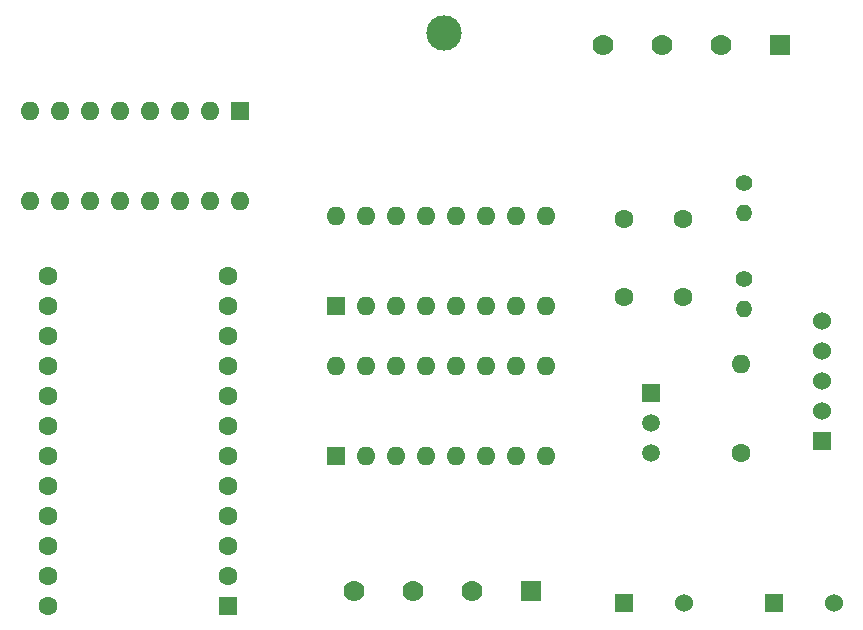
<source format=gbr>
%TF.GenerationSoftware,KiCad,Pcbnew,(5.1.9)-1*%
%TF.CreationDate,2021-05-23T21:09:51-07:00*%
%TF.ProjectId,bbot-pcb,62626f74-2d70-4636-922e-6b696361645f,rev?*%
%TF.SameCoordinates,Original*%
%TF.FileFunction,Soldermask,Top*%
%TF.FilePolarity,Negative*%
%FSLAX46Y46*%
G04 Gerber Fmt 4.6, Leading zero omitted, Abs format (unit mm)*
G04 Created by KiCad (PCBNEW (5.1.9)-1) date 2021-05-23 21:09:51*
%MOMM*%
%LPD*%
G01*
G04 APERTURE LIST*
%ADD10C,3.000000*%
%ADD11R,1.500000X1.500000*%
%ADD12C,1.500000*%
%ADD13C,1.600000*%
%ADD14R,1.600000X1.600000*%
%ADD15R,1.524000X1.524000*%
%ADD16C,1.524000*%
%ADD17O,1.600000X1.600000*%
%ADD18O,1.400000X1.400000*%
%ADD19C,1.400000*%
%ADD20R,1.778000X1.778000*%
%ADD21C,1.778000*%
G04 APERTURE END LIST*
D10*
%TO.C,Mounting Hole*%
X204724000Y-36576000D03*
%TD*%
D11*
%TO.C,MOSFET1*%
X222250000Y-67056000D03*
D12*
X222250000Y-69596000D03*
X222250000Y-72136000D03*
%TD*%
D13*
%TO.C,U4*%
X171196000Y-85090000D03*
X171196000Y-82550000D03*
X171196000Y-80010000D03*
X171196000Y-77470000D03*
X171196000Y-74930000D03*
X171196000Y-72390000D03*
X171196000Y-69850000D03*
X171196000Y-67310000D03*
X171196000Y-64770000D03*
X171196000Y-62230000D03*
X171196000Y-59690000D03*
X171196000Y-57150000D03*
X186436000Y-57150000D03*
X186436000Y-59690000D03*
X186436000Y-62230000D03*
X186436000Y-64770000D03*
X186436000Y-67310000D03*
X186436000Y-69850000D03*
X186436000Y-72390000D03*
X186436000Y-74930000D03*
X186436000Y-77470000D03*
X186436000Y-80010000D03*
X186436000Y-82550000D03*
D14*
X186436000Y-85090000D03*
%TD*%
D15*
%TO.C,BatteryPack1*%
X220004000Y-84836000D03*
D16*
X225004000Y-84836000D03*
%TD*%
D17*
%TO.C,C2*%
X229870000Y-64636000D03*
D13*
X229870000Y-72136000D03*
%TD*%
D14*
%TO.C,MOTOR1_L293D1*%
X195580000Y-59690000D03*
D17*
X213360000Y-52070000D03*
X198120000Y-59690000D03*
X210820000Y-52070000D03*
X200660000Y-59690000D03*
X208280000Y-52070000D03*
X203200000Y-59690000D03*
X205740000Y-52070000D03*
X205740000Y-59690000D03*
X203200000Y-52070000D03*
X208280000Y-59690000D03*
X200660000Y-52070000D03*
X210820000Y-59690000D03*
X198120000Y-52070000D03*
X213360000Y-59690000D03*
X195580000Y-52070000D03*
%TD*%
%TO.C,MOTOR2_L293D1*%
X195580000Y-64770000D03*
X213360000Y-72390000D03*
X198120000Y-64770000D03*
X210820000Y-72390000D03*
X200660000Y-64770000D03*
X208280000Y-72390000D03*
X203200000Y-64770000D03*
X205740000Y-72390000D03*
X205740000Y-64770000D03*
X203200000Y-72390000D03*
X208280000Y-64770000D03*
X200660000Y-72390000D03*
X210820000Y-64770000D03*
X198120000Y-72390000D03*
X213360000Y-64770000D03*
D14*
X195580000Y-72390000D03*
%TD*%
D16*
%TO.C,PowerSwitch1*%
X237704000Y-84836000D03*
D15*
X232704000Y-84836000D03*
%TD*%
D18*
%TO.C,R1*%
X230124000Y-59944000D03*
D19*
X230124000Y-57404000D03*
%TD*%
%TO.C,R2*%
X230124000Y-49276000D03*
D18*
X230124000Y-51816000D03*
%TD*%
D14*
%TO.C,SHIFT_REGISTER1*%
X187452000Y-43180000D03*
D17*
X169672000Y-50800000D03*
X184912000Y-43180000D03*
X172212000Y-50800000D03*
X182372000Y-43180000D03*
X174752000Y-50800000D03*
X179832000Y-43180000D03*
X177292000Y-50800000D03*
X177292000Y-43180000D03*
X179832000Y-50800000D03*
X174752000Y-43180000D03*
X182372000Y-50800000D03*
X172212000Y-43180000D03*
X184912000Y-50800000D03*
X169672000Y-43180000D03*
X187452000Y-50800000D03*
%TD*%
D20*
%TO.C,U1*%
X212090000Y-83820000D03*
D21*
X207090000Y-83820000D03*
X202090000Y-83820000D03*
X197090000Y-83820000D03*
%TD*%
D15*
%TO.C,U2*%
X236728000Y-71120000D03*
D16*
X236728000Y-68580000D03*
X236728000Y-66040000D03*
X236728000Y-63500000D03*
X236728000Y-60960000D03*
%TD*%
D21*
%TO.C,U3*%
X218172000Y-37592000D03*
X223172000Y-37592000D03*
X228172000Y-37592000D03*
D20*
X233172000Y-37592000D03*
%TD*%
D13*
%TO.C,C4*%
X219964000Y-52324000D03*
X224964000Y-52324000D03*
%TD*%
%TO.C,C5*%
X224964000Y-58928000D03*
X219964000Y-58928000D03*
%TD*%
M02*

</source>
